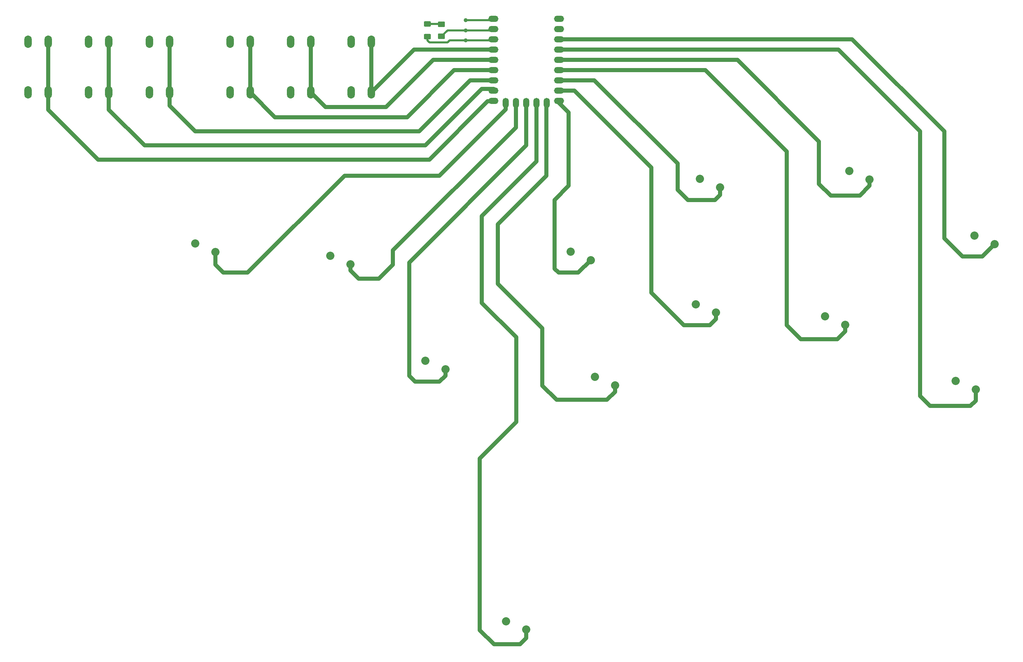
<source format=gbr>
%TF.GenerationSoftware,KiCad,Pcbnew,7.0.1*%
%TF.CreationDate,2024-02-21T21:30:13-07:00*%
%TF.ProjectId,JakesPad,4a616b65-7350-4616-942e-6b696361645f,rev?*%
%TF.SameCoordinates,Original*%
%TF.FileFunction,Copper,L1,Top*%
%TF.FilePolarity,Positive*%
%FSLAX46Y46*%
G04 Gerber Fmt 4.6, Leading zero omitted, Abs format (unit mm)*
G04 Created by KiCad (PCBNEW 7.0.1) date 2024-02-21 21:30:13*
%MOMM*%
%LPD*%
G01*
G04 APERTURE LIST*
G04 Aperture macros list*
%AMRoundRect*
0 Rectangle with rounded corners*
0 $1 Rounding radius*
0 $2 $3 $4 $5 $6 $7 $8 $9 X,Y pos of 4 corners*
0 Add a 4 corners polygon primitive as box body*
4,1,4,$2,$3,$4,$5,$6,$7,$8,$9,$2,$3,0*
0 Add four circle primitives for the rounded corners*
1,1,$1+$1,$2,$3*
1,1,$1+$1,$4,$5*
1,1,$1+$1,$6,$7*
1,1,$1+$1,$8,$9*
0 Add four rect primitives between the rounded corners*
20,1,$1+$1,$2,$3,$4,$5,0*
20,1,$1+$1,$4,$5,$6,$7,0*
20,1,$1+$1,$6,$7,$8,$9,0*
20,1,$1+$1,$8,$9,$2,$3,0*%
G04 Aperture macros list end*
%TA.AperFunction,ComponentPad*%
%ADD10C,2.032000*%
%TD*%
%TA.AperFunction,ComponentPad*%
%ADD11O,1.850000X3.048000*%
%TD*%
%TA.AperFunction,SMDPad,CuDef*%
%ADD12C,1.000000*%
%TD*%
%TA.AperFunction,SMDPad,CuDef*%
%ADD13RoundRect,0.250001X0.624999X-0.462499X0.624999X0.462499X-0.624999X0.462499X-0.624999X-0.462499X0*%
%TD*%
%TA.AperFunction,SMDPad,CuDef*%
%ADD14RoundRect,0.250000X0.625000X-0.400000X0.625000X0.400000X-0.625000X0.400000X-0.625000X-0.400000X0*%
%TD*%
%TA.AperFunction,ComponentPad*%
%ADD15O,2.500000X1.500000*%
%TD*%
%TA.AperFunction,ComponentPad*%
%ADD16O,1.500000X2.500000*%
%TD*%
%TA.AperFunction,Conductor*%
%ADD17C,1.000000*%
%TD*%
%TA.AperFunction,Conductor*%
%ADD18C,0.500000*%
%TD*%
G04 APERTURE END LIST*
D10*
%TO.P,B2,1*%
%TO.N,Net-(U2-7)*%
X269000000Y-128900000D03*
%TO.P,B2,2*%
%TO.N,GND*%
X264000000Y-126800000D03*
%TD*%
D11*
%TO.P,SW2,1,1*%
%TO.N,GND*%
X113650000Y-74350000D03*
X113650000Y-61850000D03*
%TO.P,SW2,2,2*%
%TO.N,Net-(U2-15)*%
X118650000Y-74350000D03*
X118650000Y-61850000D03*
%TD*%
D10*
%TO.P,B1,1*%
%TO.N,Net-(U2-9)*%
X244000000Y-146900000D03*
%TO.P,B1,2*%
%TO.N,GND*%
X239000000Y-144800000D03*
%TD*%
D11*
%TO.P,SW3,1,1*%
%TO.N,GND*%
X128650000Y-74350000D03*
X128650000Y-61850000D03*
%TO.P,SW3,2,2*%
%TO.N,Net-(U2-26)*%
X133650000Y-74350000D03*
X133650000Y-61850000D03*
%TD*%
D10*
%TO.P,A2,1*%
%TO.N,Net-(U2-6)*%
X270000000Y-97900000D03*
%TO.P,A2,2*%
%TO.N,GND*%
X265000000Y-95800000D03*
%TD*%
%TO.P,B4,1*%
%TO.N,Net-(U2-3)*%
X333300000Y-147900000D03*
%TO.P,B4,2*%
%TO.N,GND*%
X328300000Y-145800000D03*
%TD*%
%TO.P,A1,1*%
%TO.N,Net-(U2-8)*%
X238000000Y-115900000D03*
%TO.P,A1,2*%
%TO.N,GND*%
X233000000Y-113800000D03*
%TD*%
%TO.P,B3,1*%
%TO.N,Net-(U2-5)*%
X301000000Y-131900000D03*
%TO.P,B3,2*%
%TO.N,GND*%
X296000000Y-129800000D03*
%TD*%
D11*
%TO.P,SW1,1,1*%
%TO.N,GND*%
X98650000Y-74350000D03*
X98650000Y-61850000D03*
%TO.P,SW1,2,2*%
%TO.N,Net-(U2-14)*%
X103650000Y-74350000D03*
X103650000Y-61850000D03*
%TD*%
D12*
%TO.P,GND,1,1*%
%TO.N,GND*%
X206991428Y-59000000D03*
%TD*%
D13*
%TO.P,PWR,2,A*%
%TO.N,Net-(D1-A)*%
X201008572Y-57512500D03*
%TO.P,PWR,1,K*%
%TO.N,GND*%
X201008572Y-60487500D03*
%TD*%
D11*
%TO.P,SW4,1,1*%
%TO.N,GND*%
X148650000Y-74350000D03*
X148650000Y-61850000D03*
%TO.P,SW4,2,2*%
%TO.N,Net-(U2-27)*%
X153650000Y-74350000D03*
X153650000Y-61850000D03*
%TD*%
%TO.P,SW6,1,1*%
%TO.N,GND*%
X178650000Y-74350000D03*
X178650000Y-61850000D03*
%TO.P,SW6,2,2*%
%TO.N,Net-(U2-29)*%
X183650000Y-74350000D03*
X183650000Y-61850000D03*
%TD*%
D10*
%TO.P,C4,1*%
%TO.N,Net-(U2-10)*%
X222000000Y-207400000D03*
%TO.P,C4,2*%
%TO.N,GND*%
X217000000Y-205300000D03*
%TD*%
D12*
%TO.P,3V3,1,1*%
%TO.N,+3.3V*%
X207000000Y-61500000D03*
%TD*%
D10*
%TO.P,A4,1*%
%TO.N,Net-(U2-2)*%
X338000000Y-111900000D03*
%TO.P,A4,2*%
%TO.N,GND*%
X333000000Y-109800000D03*
%TD*%
D12*
%TO.P,5V,1,1*%
%TO.N,+5V*%
X207000000Y-56500000D03*
%TD*%
D11*
%TO.P,SW5,1,1*%
%TO.N,GND*%
X163650000Y-74350000D03*
X163650000Y-61850000D03*
%TO.P,SW5,2,2*%
%TO.N,Net-(U2-28)*%
X168650000Y-74350000D03*
X168650000Y-61850000D03*
%TD*%
D10*
%TO.P,C3,1*%
%TO.N,Net-(U2-11)*%
X202000000Y-142900000D03*
%TO.P,C3,2*%
%TO.N,GND*%
X197000000Y-140800000D03*
%TD*%
%TO.P,C1,1*%
%TO.N,Net-(U2-13)*%
X145000000Y-113900000D03*
%TO.P,C1,2*%
%TO.N,GND*%
X140000000Y-111800000D03*
%TD*%
%TO.P,C2,1*%
%TO.N,Net-(U2-12)*%
X178500000Y-116900000D03*
%TO.P,C2,2*%
%TO.N,GND*%
X173500000Y-114800000D03*
%TD*%
D14*
%TO.P,R,1*%
%TO.N,+3.3V*%
X197500000Y-60550000D03*
%TO.P,R,2*%
%TO.N,Net-(D1-A)*%
X197500000Y-57450000D03*
%TD*%
D15*
%TO.P,U2,1,0*%
%TO.N,unconnected-(U2-0-Pad1)*%
X230120000Y-56140000D03*
%TO.P,U2,2,1*%
%TO.N,unconnected-(U2-1-Pad2)*%
X230120000Y-58680000D03*
%TO.P,U2,3,2*%
%TO.N,Net-(U2-2)*%
X230120000Y-61220000D03*
%TO.P,U2,4,3*%
%TO.N,Net-(U2-3)*%
X230120000Y-63760000D03*
%TO.P,U2,5,4*%
%TO.N,Net-(U2-4)*%
X230120000Y-66300000D03*
%TO.P,U2,6,5*%
%TO.N,Net-(U2-5)*%
X230120000Y-68840000D03*
%TO.P,U2,7,6*%
%TO.N,Net-(U2-6)*%
X230120000Y-71380000D03*
%TO.P,U2,8,7*%
%TO.N,Net-(U2-7)*%
X230120000Y-73920000D03*
%TO.P,U2,9,8*%
%TO.N,Net-(U2-8)*%
X230120000Y-76460000D03*
D16*
%TO.P,U2,10,9*%
%TO.N,Net-(U2-9)*%
X227080000Y-76960000D03*
%TO.P,U2,11,10*%
%TO.N,Net-(U2-10)*%
X224540000Y-76960000D03*
%TO.P,U2,12,11*%
%TO.N,Net-(U2-11)*%
X222000000Y-76960000D03*
%TO.P,U2,13,12*%
%TO.N,Net-(U2-12)*%
X219460000Y-76960000D03*
%TO.P,U2,14,13*%
%TO.N,Net-(U2-13)*%
X216920000Y-76960000D03*
D15*
%TO.P,U2,15,14*%
%TO.N,Net-(U2-14)*%
X213880000Y-76460000D03*
%TO.P,U2,16,15*%
%TO.N,Net-(U2-15)*%
X213880000Y-73920000D03*
%TO.P,U2,17,26*%
%TO.N,Net-(U2-26)*%
X213880000Y-71380000D03*
%TO.P,U2,18,27*%
%TO.N,Net-(U2-27)*%
X213880000Y-68840000D03*
%TO.P,U2,19,28*%
%TO.N,Net-(U2-28)*%
X213880000Y-66300000D03*
%TO.P,U2,20,29*%
%TO.N,Net-(U2-29)*%
X213880000Y-63760000D03*
%TO.P,U2,21,3V3*%
%TO.N,+3.3V*%
X213880000Y-61220000D03*
%TO.P,U2,22,GND*%
%TO.N,GND*%
X213880000Y-58680000D03*
%TO.P,U2,23,5V*%
%TO.N,+5V*%
X213880000Y-56140000D03*
%TD*%
D10*
%TO.P,A3,1*%
%TO.N,Net-(U2-4)*%
X307000000Y-95900000D03*
%TO.P,A3,2*%
%TO.N,GND*%
X302000000Y-93800000D03*
%TD*%
D17*
%TO.N,Net-(U2-2)*%
X229620000Y-61220000D02*
X302720000Y-61220000D01*
X302720000Y-61220000D02*
X325500000Y-84000000D01*
X325500000Y-110500000D02*
X330000000Y-115000000D01*
X325500000Y-84000000D02*
X325500000Y-110500000D01*
X334900000Y-115000000D02*
X338000000Y-111900000D01*
X330000000Y-115000000D02*
X334900000Y-115000000D01*
D18*
%TO.N,GND*%
X206991428Y-59000000D02*
X202496072Y-59000000D01*
X206991428Y-59000000D02*
X214060000Y-59000000D01*
X202496072Y-59000000D02*
X201008572Y-60487500D01*
D17*
%TO.N,Net-(U2-8)*%
X230000000Y-119000000D02*
X234900000Y-119000000D01*
X232500000Y-97500000D02*
X229000000Y-101000000D01*
X229620000Y-76460000D02*
X232500000Y-79340000D01*
X234900000Y-119000000D02*
X238000000Y-115900000D01*
X232500000Y-79340000D02*
X232500000Y-97500000D01*
X229000000Y-118000000D02*
X230000000Y-119000000D01*
X229000000Y-101000000D02*
X229000000Y-118000000D01*
%TO.N,Net-(U2-6)*%
X229620000Y-71380000D02*
X238880000Y-71380000D01*
X259500000Y-98500000D02*
X262000000Y-101000000D01*
X262000000Y-101000000D02*
X268750000Y-101000000D01*
X238880000Y-71380000D02*
X259500000Y-92000000D01*
X259500000Y-92000000D02*
X259500000Y-98500000D01*
X268750000Y-101000000D02*
X270000000Y-99750000D01*
X270000000Y-99750000D02*
X270000000Y-97900000D01*
%TO.N,Net-(U2-4)*%
X294500000Y-97000000D02*
X297400000Y-99900000D01*
X294500000Y-86500000D02*
X294500000Y-97000000D01*
X274300000Y-66300000D02*
X294500000Y-86500000D01*
X297400000Y-99900000D02*
X304600000Y-99900000D01*
X304600000Y-99900000D02*
X307000000Y-97500000D01*
X307000000Y-97500000D02*
X307000000Y-95900000D01*
X229620000Y-66300000D02*
X274300000Y-66300000D01*
%TO.N,Net-(U2-9)*%
X226000000Y-147000000D02*
X229500000Y-150500000D01*
X229500000Y-150500000D02*
X242000000Y-150500000D01*
X215000000Y-121750000D02*
X226000000Y-132750000D01*
X244000000Y-148500000D02*
X244000000Y-146900000D01*
X227000000Y-95000000D02*
X215000000Y-107000000D01*
X226000000Y-132750000D02*
X226000000Y-147000000D01*
X215000000Y-107000000D02*
X215000000Y-121750000D01*
X227000000Y-76540000D02*
X227000000Y-95000000D01*
X227080000Y-76460000D02*
X227000000Y-76540000D01*
X242000000Y-150500000D02*
X244000000Y-148500000D01*
%TO.N,Net-(U2-7)*%
X253000000Y-93000000D02*
X253000000Y-124000000D01*
X267500000Y-132000000D02*
X269000000Y-130500000D01*
X261000000Y-132000000D02*
X267500000Y-132000000D01*
X269000000Y-130500000D02*
X269000000Y-128900000D01*
X253000000Y-124000000D02*
X261000000Y-132000000D01*
X233920000Y-73920000D02*
X253000000Y-93000000D01*
X229620000Y-73920000D02*
X233920000Y-73920000D01*
%TO.N,Net-(U2-5)*%
X286500000Y-89000000D02*
X286500000Y-132000000D01*
X229620000Y-68840000D02*
X266340000Y-68840000D01*
X301000000Y-133500000D02*
X301000000Y-131900000D01*
X286500000Y-132000000D02*
X290000000Y-135500000D01*
X299000000Y-135500000D02*
X301000000Y-133500000D01*
X266340000Y-68840000D02*
X286500000Y-89000000D01*
X290000000Y-135500000D02*
X299000000Y-135500000D01*
%TO.N,Net-(U2-3)*%
X322000000Y-152000000D02*
X332000000Y-152000000D01*
X319500000Y-84000000D02*
X319500000Y-149500000D01*
X333300000Y-150700000D02*
X333300000Y-147900000D01*
X332000000Y-152000000D02*
X333300000Y-150700000D01*
X319500000Y-149500000D02*
X322000000Y-152000000D01*
X299260000Y-63760000D02*
X319500000Y-84000000D01*
X229620000Y-63760000D02*
X299260000Y-63760000D01*
%TO.N,Net-(U2-13)*%
X145000000Y-117000000D02*
X145000000Y-113900000D01*
X200500000Y-95000000D02*
X177000000Y-95000000D01*
X153000000Y-119000000D02*
X147000000Y-119000000D01*
X147000000Y-119000000D02*
X145000000Y-117000000D01*
X177000000Y-95000000D02*
X153000000Y-119000000D01*
X216920000Y-76460000D02*
X216920000Y-78580000D01*
X216920000Y-78580000D02*
X200500000Y-95000000D01*
%TO.N,Net-(U2-12)*%
X185500000Y-120500000D02*
X180500000Y-120500000D01*
X219460000Y-76460000D02*
X219460000Y-83040000D01*
X189000000Y-113500000D02*
X189000000Y-117000000D01*
X178500000Y-118500000D02*
X178500000Y-116900000D01*
X189000000Y-117000000D02*
X185500000Y-120500000D01*
X180500000Y-120500000D02*
X178500000Y-118500000D01*
X219460000Y-83040000D02*
X189000000Y-113500000D01*
%TO.N,Net-(U2-11)*%
X200500000Y-146000000D02*
X202000000Y-144500000D01*
X193000000Y-116500000D02*
X193000000Y-144500000D01*
X222000000Y-76460000D02*
X222000000Y-87500000D01*
X222000000Y-87500000D02*
X193000000Y-116500000D01*
X194500000Y-146000000D02*
X200500000Y-146000000D01*
X202000000Y-144500000D02*
X202000000Y-142900000D01*
X193000000Y-144500000D02*
X194500000Y-146000000D01*
%TO.N,Net-(U2-10)*%
X224540000Y-76460000D02*
X224540000Y-91460000D01*
X211000000Y-105000000D02*
X211000000Y-126500000D01*
X214000000Y-211000000D02*
X220500000Y-211000000D01*
X222000000Y-209500000D02*
X222000000Y-207400000D01*
X224540000Y-91460000D02*
X211000000Y-105000000D01*
X219500000Y-156000000D02*
X210500000Y-165000000D01*
X219500000Y-135000000D02*
X219500000Y-156000000D01*
X210500000Y-165000000D02*
X210500000Y-207500000D01*
X210500000Y-207500000D02*
X214000000Y-211000000D01*
X211000000Y-126500000D02*
X219500000Y-135000000D01*
X220500000Y-211000000D02*
X222000000Y-209500000D01*
D18*
%TO.N,Net-(D1-A)*%
X197500000Y-57450000D02*
X200946072Y-57450000D01*
X200946072Y-57450000D02*
X201008572Y-57512500D01*
%TO.N,+3.3V*%
X207000000Y-61500000D02*
X214100000Y-61500000D01*
X197500000Y-61500000D02*
X197500000Y-60550000D01*
X198000000Y-62000000D02*
X197500000Y-61500000D01*
X207000000Y-61500000D02*
X203000000Y-61500000D01*
X203000000Y-61500000D02*
X202500000Y-62000000D01*
X202500000Y-62000000D02*
X198000000Y-62000000D01*
D17*
%TO.N,Net-(U2-14)*%
X198000000Y-91000000D02*
X116000000Y-91000000D01*
X212426000Y-76574000D02*
X198000000Y-91000000D01*
X103650000Y-78650000D02*
X103650000Y-74350000D01*
X116000000Y-91000000D02*
X103650000Y-78650000D01*
X214266000Y-76574000D02*
X212426000Y-76574000D01*
X103650000Y-61850000D02*
X103650000Y-74350000D01*
X214380000Y-76460000D02*
X214266000Y-76574000D01*
%TO.N,Net-(U2-15)*%
X118650000Y-61850000D02*
X118650000Y-74350000D01*
X118650000Y-78650000D02*
X127500000Y-87500000D01*
X213960000Y-73500000D02*
X214380000Y-73920000D01*
X127500000Y-87500000D02*
X197000000Y-87500000D01*
X197000000Y-87500000D02*
X211000000Y-73500000D01*
X118650000Y-74350000D02*
X118650000Y-78650000D01*
X211000000Y-73500000D02*
X213960000Y-73500000D01*
%TO.N,Net-(U2-26)*%
X133650000Y-61850000D02*
X133650000Y-74350000D01*
X133650000Y-77650000D02*
X133650000Y-74350000D01*
X208120000Y-71380000D02*
X195500000Y-84000000D01*
X214380000Y-71380000D02*
X208120000Y-71380000D01*
X140000000Y-84000000D02*
X133650000Y-77650000D01*
X195500000Y-84000000D02*
X140000000Y-84000000D01*
%TO.N,Net-(U2-27)*%
X214380000Y-68840000D02*
X204160000Y-68840000D01*
X153650000Y-61850000D02*
X153650000Y-74350000D01*
X192500000Y-80500000D02*
X159800000Y-80500000D01*
X159800000Y-80500000D02*
X153650000Y-74350000D01*
X204160000Y-68840000D02*
X192500000Y-80500000D01*
%TO.N,Net-(U2-28)*%
X168650000Y-61850000D02*
X168650000Y-74350000D01*
X214380000Y-66300000D02*
X198950000Y-66300000D01*
X172300000Y-78000000D02*
X168650000Y-74350000D01*
X187250000Y-78000000D02*
X172300000Y-78000000D01*
X198950000Y-66300000D02*
X187250000Y-78000000D01*
%TO.N,Net-(U2-29)*%
X214380000Y-63760000D02*
X194240000Y-63760000D01*
X194240000Y-63760000D02*
X183650000Y-74350000D01*
X183650000Y-61850000D02*
X183650000Y-74350000D01*
D18*
%TO.N,+5V*%
X207000000Y-56500000D02*
X214020000Y-56500000D01*
X214020000Y-56500000D02*
X214380000Y-56140000D01*
%TD*%
M02*

</source>
